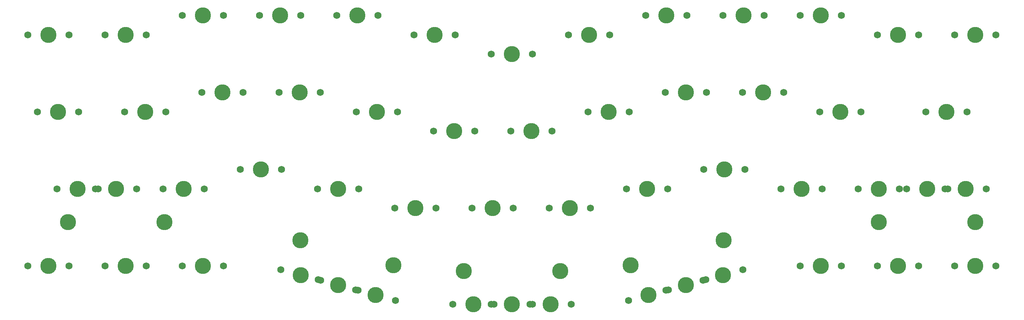
<source format=gbr>
%TF.GenerationSoftware,KiCad,Pcbnew,8.0.8*%
%TF.CreationDate,2025-03-15T15:28:53+01:00*%
%TF.ProjectId,wergob,77657267-6f62-42e6-9b69-6361645f7063,rev?*%
%TF.SameCoordinates,Original*%
%TF.FileFunction,Soldermask,Top*%
%TF.FilePolarity,Negative*%
%FSLAX46Y46*%
G04 Gerber Fmt 4.6, Leading zero omitted, Abs format (unit mm)*
G04 Created by KiCad (PCBNEW 8.0.8) date 2025-03-15 15:28:53*
%MOMM*%
%LPD*%
G01*
G04 APERTURE LIST*
%ADD10C,1.750000*%
%ADD11C,3.987800*%
G04 APERTURE END LIST*
D10*
%TO.C,MX51*%
X44926250Y-71437500D03*
D11*
X50006250Y-71437500D03*
D10*
X55086250Y-71437500D03*
%TD*%
%TO.C,MX11*%
X218757500Y-28575000D03*
D11*
X223837500Y-28575000D03*
D10*
X228917500Y-28575000D03*
%TD*%
%TO.C,MX28*%
X80645000Y-66675000D03*
D11*
X85725000Y-66675000D03*
D10*
X90805000Y-66675000D03*
%TD*%
%TO.C,MX27*%
X61595000Y-71437500D03*
D11*
X66675000Y-71437500D03*
D10*
X71755000Y-71437500D03*
%TD*%
%TO.C,MX9*%
X180657500Y-28575000D03*
D11*
X185737500Y-28575000D03*
D10*
X190817500Y-28575000D03*
%TD*%
%TO.C,MX49*%
X256857500Y-90487500D03*
D11*
X261937500Y-90487500D03*
D10*
X267017500Y-90487500D03*
%TD*%
%TO.C,MX40*%
X66357500Y-90487500D03*
D11*
X71437500Y-90487500D03*
D10*
X76517500Y-90487500D03*
%TD*%
%TO.C,MX53*%
X142557500Y-100012500D03*
D11*
X147637500Y-100012500D03*
D10*
X152717500Y-100012500D03*
%TD*%
%TO.C,MX36*%
X233045000Y-71437500D03*
D11*
X238125000Y-71437500D03*
D10*
X243205000Y-71437500D03*
%TD*%
%TO.C,MX8*%
X161607500Y-33337500D03*
D11*
X166687500Y-33337500D03*
D10*
X171767500Y-33337500D03*
%TD*%
%TO.C,MX33*%
X175895000Y-71437500D03*
D11*
X180975000Y-71437500D03*
D10*
X186055000Y-71437500D03*
%TD*%
%TO.C,MX39*%
X47307500Y-90487500D03*
D11*
X52387500Y-90487500D03*
D10*
X57467500Y-90487500D03*
%TD*%
%TO.C,MX38*%
X28257500Y-90487500D03*
D11*
X33337500Y-90487500D03*
D10*
X38417500Y-90487500D03*
%TD*%
%TO.C,MX31*%
X137795000Y-76200000D03*
D11*
X142875000Y-76200000D03*
D10*
X147955000Y-76200000D03*
%TD*%
%TO.C,MX32*%
X156845000Y-76200000D03*
D11*
X161925000Y-76200000D03*
D10*
X167005000Y-76200000D03*
%TD*%
D11*
%TO.C,S3*%
X199864003Y-84194718D03*
X176862893Y-90357847D03*
%TD*%
D10*
%TO.C,MX16*%
X71120000Y-47625000D03*
D11*
X76200000Y-47625000D03*
D10*
X81280000Y-47625000D03*
%TD*%
D11*
%TO.C,S1*%
X118412107Y-90357847D03*
X95410997Y-84194718D03*
%TD*%
D10*
%TO.C,MX47*%
X218757500Y-90487500D03*
D11*
X223837500Y-90487500D03*
D10*
X228917500Y-90487500D03*
%TD*%
%TO.C,MX54*%
X185593097Y-96564801D03*
D11*
X190500000Y-95250000D03*
D10*
X195406903Y-93935199D03*
%TD*%
%TO.C,MX23*%
X204470000Y-47625000D03*
D11*
X209550000Y-47625000D03*
D10*
X214630000Y-47625000D03*
%TD*%
D11*
%TO.C,S5*%
X38100000Y-79692500D03*
X61912500Y-79692500D03*
%TD*%
D10*
%TO.C,MX37*%
X254476250Y-71437500D03*
D11*
X259556250Y-71437500D03*
D10*
X264636250Y-71437500D03*
%TD*%
%TO.C,MX17*%
X90170000Y-47625000D03*
D11*
X95250000Y-47625000D03*
D10*
X100330000Y-47625000D03*
%TD*%
%TO.C,MX25*%
X249713750Y-52387500D03*
D11*
X254793750Y-52387500D03*
D10*
X259873750Y-52387500D03*
%TD*%
%TO.C,MX34*%
X194945000Y-66675000D03*
D11*
X200025000Y-66675000D03*
D10*
X205105000Y-66675000D03*
%TD*%
%TO.C,MX52*%
X99868097Y-93935199D03*
D11*
X104775000Y-95250000D03*
D10*
X109681903Y-96564801D03*
%TD*%
%TO.C,MX3*%
X66357500Y-28575000D03*
D11*
X71437500Y-28575000D03*
D10*
X76517500Y-28575000D03*
%TD*%
%TO.C,MX7*%
X142557500Y-38100000D03*
D11*
X147637500Y-38100000D03*
D10*
X152717500Y-38100000D03*
%TD*%
%TO.C,MX21*%
X166370000Y-52387500D03*
D11*
X171450000Y-52387500D03*
D10*
X176530000Y-52387500D03*
%TD*%
%TO.C,MX12*%
X237807500Y-33337500D03*
D11*
X242887500Y-33337500D03*
D10*
X247967500Y-33337500D03*
%TD*%
%TO.C,MX14*%
X30638750Y-52387500D03*
D11*
X35718750Y-52387500D03*
D10*
X40798750Y-52387500D03*
%TD*%
D11*
%TO.C,S4*%
X238125000Y-79692500D03*
X261937500Y-79692500D03*
%TD*%
D10*
%TO.C,MX13*%
X256857500Y-33337500D03*
D11*
X261937500Y-33337500D03*
D10*
X267017500Y-33337500D03*
%TD*%
%TO.C,MX45*%
X176392654Y-99030051D03*
D11*
X181299557Y-97715251D03*
D10*
X186206460Y-96400451D03*
%TD*%
%TO.C,MX20*%
X147320000Y-57150000D03*
D11*
X152400000Y-57150000D03*
D10*
X157480000Y-57150000D03*
%TD*%
%TO.C,MX26*%
X35401250Y-71437500D03*
D11*
X40481250Y-71437500D03*
D10*
X45561250Y-71437500D03*
%TD*%
%TO.C,MX5*%
X104457500Y-28575000D03*
D11*
X109537500Y-28575000D03*
D10*
X114617500Y-28575000D03*
%TD*%
%TO.C,MX15*%
X52070000Y-52387500D03*
D11*
X57150000Y-52387500D03*
D10*
X62230000Y-52387500D03*
%TD*%
%TO.C,MX43*%
X133032500Y-100012500D03*
D11*
X138112500Y-100012500D03*
D10*
X143192500Y-100012500D03*
%TD*%
%TO.C,MX2*%
X47307500Y-33337500D03*
D11*
X52387500Y-33337500D03*
D10*
X57467500Y-33337500D03*
%TD*%
%TO.C,MX19*%
X128270000Y-57150000D03*
D11*
X133350000Y-57150000D03*
D10*
X138430000Y-57150000D03*
%TD*%
%TO.C,MX41*%
X90667654Y-91469949D03*
D11*
X95574557Y-92784749D03*
D10*
X100481460Y-94099549D03*
%TD*%
%TO.C,MX6*%
X123507500Y-33337500D03*
D11*
X128587500Y-33337500D03*
D10*
X133667500Y-33337500D03*
%TD*%
%TO.C,MX29*%
X99695000Y-71437500D03*
D11*
X104775000Y-71437500D03*
D10*
X109855000Y-71437500D03*
%TD*%
%TO.C,MX50*%
X244951250Y-71437500D03*
D11*
X250031250Y-71437500D03*
D10*
X255111250Y-71437500D03*
%TD*%
%TO.C,MX18*%
X109220000Y-52387500D03*
D11*
X114300000Y-52387500D03*
D10*
X119380000Y-52387500D03*
%TD*%
%TO.C,MX42*%
X109068540Y-96400451D03*
D11*
X113975443Y-97715251D03*
D10*
X118882346Y-99030051D03*
%TD*%
%TO.C,MX44*%
X152082500Y-100012500D03*
D11*
X157162500Y-100012500D03*
D10*
X162242500Y-100012500D03*
%TD*%
%TO.C,MX4*%
X85407500Y-28575000D03*
D11*
X90487500Y-28575000D03*
D10*
X95567500Y-28575000D03*
%TD*%
%TO.C,MX24*%
X223520000Y-52387500D03*
D11*
X228600000Y-52387500D03*
D10*
X233680000Y-52387500D03*
%TD*%
%TO.C,MX1*%
X28257500Y-33337500D03*
D11*
X33337500Y-33337500D03*
D10*
X38417500Y-33337500D03*
%TD*%
%TO.C,MX46*%
X194793540Y-94099549D03*
D11*
X199700443Y-92784749D03*
D10*
X204607346Y-91469949D03*
%TD*%
%TO.C,MX30*%
X118745000Y-76200000D03*
D11*
X123825000Y-76200000D03*
D10*
X128905000Y-76200000D03*
%TD*%
%TO.C,MX35*%
X213995000Y-71437500D03*
D11*
X219075000Y-71437500D03*
D10*
X224155000Y-71437500D03*
%TD*%
%TO.C,MX48*%
X237807500Y-90487500D03*
D11*
X242887500Y-90487500D03*
D10*
X247967500Y-90487500D03*
%TD*%
%TO.C,MX10*%
X199707500Y-28575000D03*
D11*
X204787500Y-28575000D03*
D10*
X209867500Y-28575000D03*
%TD*%
D11*
%TO.C,S2*%
X159543750Y-91757500D03*
X135731250Y-91757500D03*
%TD*%
D10*
%TO.C,MX22*%
X185420000Y-47625000D03*
D11*
X190500000Y-47625000D03*
D10*
X195580000Y-47625000D03*
%TD*%
M02*

</source>
